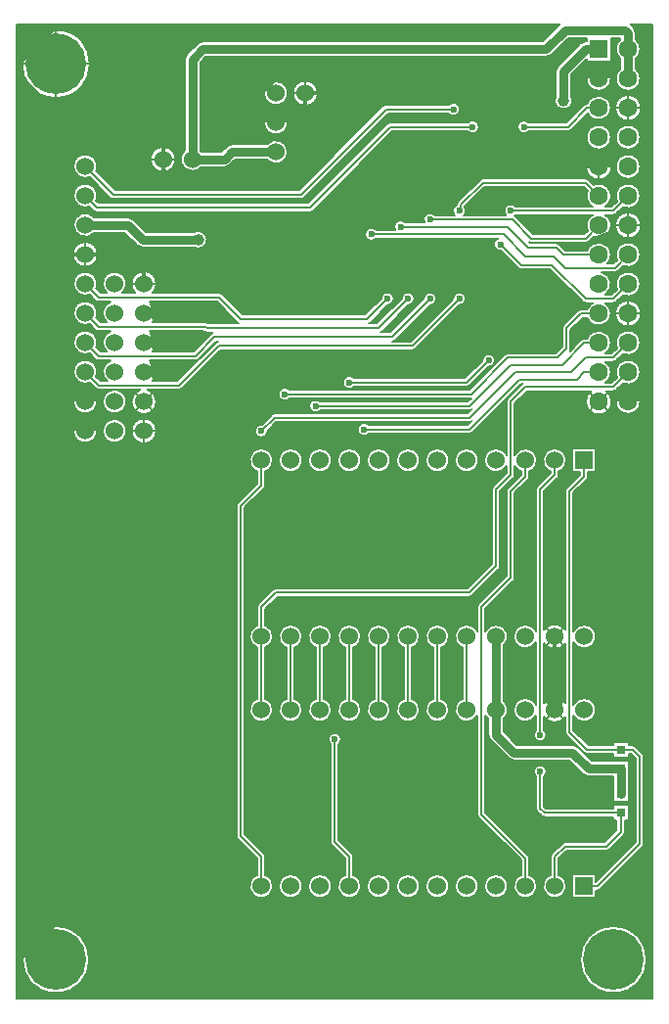
<source format=gtl>
%FSLAX34Y34*%
%MOMM*%
G04 EasyPC Gerber Version 18.0.9 Build 3640 *
%ADD74R,0.80000X0.80000*%
%ADD105R,1.52400X1.52400*%
%ADD121R,1.60000X1.60000*%
%ADD10C,0.12700*%
%ADD72C,0.20000*%
%ADD73C,0.30000*%
%ADD85C,0.60000*%
%ADD110C,0.80000*%
%ADD83C,1.00000*%
%ADD106C,1.52400*%
%ADD82C,1.52400*%
%ADD103C,1.60000*%
%ADD108C,5.25000*%
X0Y0D02*
D02*
D10*
X175717Y596040D02*
G75*
G02X177937Y578310I-4902J-9618D01*
G01*
X199789*
X233015Y611535*
G75*
G02X234984Y612550I2571J-2569*
G01*
X233446*
X218118Y597222*
G75*
G02X215265Y596040I-2853J2853*
G01*
X175717*
G36*
G75*
G02X177937Y578310I-4902J-9618*
G01*
X199789*
X233015Y611535*
G75*
G02X234984Y612550I2571J-2569*
G01*
X233446*
X218118Y597222*
G75*
G02X215265Y596040I-2853J2853*
G01*
X175717*
G37*
Y621440D02*
G75*
G02X178369Y604110I-4902J-9618D01*
G01*
X213594*
X228922Y619438*
G75*
G02X229923Y620170I2854J-2852*
G01*
X225425*
G75*
G02X222572Y621352J4035*
G01*
X222484Y621440*
X175717*
G36*
G75*
G02X178369Y604110I-4902J-9618*
G01*
X213594*
X228922Y619438*
G75*
G02X229923Y620170I2854J-2852*
G01*
X225425*
G75*
G02X222572Y621352J4035*
G01*
X222484Y621440*
X175717*
G37*
Y646840D02*
G75*
G02X178369Y629510I-4902J-9618D01*
G01*
X224155*
G75*
G02X227008Y628328J-4035*
G01*
X227096Y628240*
X252783*
G75*
G02X251782Y628972I1853J3584*
G01*
X233914Y646840*
X175717*
G36*
G75*
G02X178369Y629510I-4902J-9618*
G01*
X224155*
G75*
G02X227008Y628328J-4035*
G01*
X227096Y628240*
X252783*
G75*
G02X251782Y628972I1853J3584*
G01*
X233914Y646840*
X175717*
G37*
X206090Y778074D02*
Y856615D01*
G75*
G02X208033Y861307I6635J1*
G01*
X216923Y870197*
G75*
G02X221615Y872140I4691J-4692*
G01*
X516047*
X530613Y886707*
G75*
G02X530678Y886770I4666J-4749*
G01*
X60650*
Y44140*
X611180*
Y886770*
X592002*
G75*
G02X592067Y886707I-4601J-4812*
G01*
X594607Y884167*
G75*
G02X596550Y879475I-4692J-4691*
G01*
Y873816*
G75*
G02Y857194I-6635J-8311*
G01*
Y848416*
G75*
G02X600550Y840105I-6635J-8311*
G01*
G75*
G02X579280I-10635*
G01*
G75*
G02X583280Y848416I10634*
G01*
Y857194*
G75*
G02Y873816I6634J8311*
G01*
Y875380*
X575150*
Y854870*
X553880*
Y856917*
X540670Y843707*
Y824833*
G75*
G02X541670Y821055I-6636J-3778*
G01*
G75*
G02X526400I-7635*
G01*
G75*
G02X527400Y824833I7636*
G01*
Y846455*
G75*
G02X529343Y851147I6635J1*
G01*
X548393Y870197*
G75*
G02X553085Y872140I4691J-4692*
G01*
X553880*
Y875380*
X538053*
X523487Y860813*
G75*
G02X518795Y858870I-4691J4692*
G01*
X224363*
X219360Y853867*
Y778074*
G75*
G02X220544Y776890I-6633J-7817*
G01*
X237917*
X242323Y781297*
G75*
G02X247015Y783240I4691J-4692*
G01*
X277296*
G75*
G02X295370Y776605I7819J-6635*
G01*
G75*
G02X277296Y769970I-10255*
G01*
X249763*
X245357Y765563*
G75*
G02X240665Y763620I-4691J4692*
G01*
X220544*
G75*
G02X212725Y760000I-7819J6634*
G01*
G75*
G02X206090Y778074J10255*
G01*
X94615Y106990D02*
G75*
G02Y49220J-28885D01*
G01*
G75*
G02Y106990J28885*
G01*
Y882230D02*
G75*
G02Y823380J-29425D01*
G01*
G75*
G02Y882230J29425*
G01*
X123682Y729245D02*
G75*
G02X109760Y738822I-3667J9577D01*
G01*
G75*
G02X130270I10255*
G01*
G75*
G02X129475Y734863I-10255*
G01*
X131883Y732380*
X312654*
X381322Y801048*
G75*
G02X384175Y802230I2853J-2853*
G01*
X451362*
G75*
G02X460930Y798195I3933J-4035*
G01*
G75*
G02X451362Y794160I-5635*
G01*
X385846*
X317178Y725492*
G75*
G02X314325Y724310I-2853J2853*
G01*
X130175*
G75*
G02X127278Y725536J4035*
G01*
X123682Y729245*
X123698Y602251D02*
G75*
G02X109760Y611822I-3683J9571D01*
G01*
G75*
G02X130270I10255*
G01*
G75*
G02X129482Y607879I-10255J-1*
G01*
X133149Y604110*
X138656*
G75*
G02X141857Y621440I6759J7712*
G01*
X131445*
G75*
G02X128553Y622661J4035*
G01*
X123698Y627651*
G75*
G02X109760Y637222I-3683J9571*
G01*
G75*
G02X130270I10255*
G01*
G75*
G02X129482Y633279I-10255J-1*
G01*
X133149Y629510*
X138656*
G75*
G02X141857Y646840I6759J7712*
G01*
X131445*
G75*
G02X128553Y648061J4035*
G01*
X123698Y653051*
G75*
G02X109760Y662622I-3683J9571*
G01*
G75*
G02X130270I10255*
G01*
G75*
G02X129482Y658679I-10255J-1*
G01*
X133149Y654910*
X138656*
G75*
G02X135160Y662622I6759J7712*
G01*
G75*
G02X155670I10255*
G01*
G75*
G02X152174Y654910I-10255J1*
G01*
X163261*
G75*
G02X160020Y662622I7554J7711*
G01*
G75*
G02X181610I10795*
G01*
G75*
G02X178369Y654910I-10795*
G01*
X235585*
G75*
G02X238438Y653728J-4035*
G01*
X256306Y635860*
X362184*
X376000Y649677*
G75*
G02X387270Y649605I5635J-72*
G01*
G75*
G02X381707Y643970I-5635*
G01*
X366708Y628972*
G75*
G02X365707Y628240I-2854J2852*
G01*
X372344*
X393780Y649677*
G75*
G02X405050Y649605I5635J-72*
G01*
G75*
G02X399487Y643970I-5635*
G01*
X376868Y621352*
G75*
G02X375867Y620620I-2854J2852*
G01*
X383774*
X412830Y649677*
G75*
G02X424100Y649605I5635J-72*
G01*
G75*
G02X418537Y643970I-5635*
G01*
X388298Y613732*
G75*
G02X386078Y612600I-2854J2853*
G01*
X401719*
X438250Y649131*
G75*
G02X438230Y649605I5611J474*
G01*
G75*
G02X449500I5635*
G01*
G75*
G02X443391Y643990I-5635*
G01*
X405795Y606395*
G75*
G02X403225Y605330I-2571J2570*
G01*
X237091*
X203865Y572105*
G75*
G02X201295Y571040I-2571J2570*
G01*
X173933*
G75*
G02X181610Y560705I-3118J-10335*
G01*
G75*
G02X160020I-10795*
G01*
G75*
G02X167697Y571040I10795*
G01*
X131762*
G75*
G02X129192Y572105I1J3635*
G01*
X124225Y577071*
G75*
G02X109760Y586422I-4210J9351*
G01*
G75*
G02X130270I10255*
G01*
G75*
G02X129366Y582212I-10255*
G01*
X133268Y578310*
X139141*
G75*
G02X141857Y596040I6274J8112*
G01*
X131445*
G75*
G02X128553Y597261J4035*
G01*
X123698Y602251*
X123766Y754678D02*
G75*
G02X109760Y764222I-3751J9544D01*
G01*
G75*
G02X130270I10255*
G01*
G75*
G02X129510Y760347I-10254J-1*
G01*
X145832Y743810*
X305034*
X377512Y816288*
G75*
G02X380365Y817470I2853J-2853*
G01*
X434852*
G75*
G02X444420Y813435I3933J-4035*
G01*
G75*
G02X434852Y809400I-5635*
G01*
X382036*
X309558Y736922*
G75*
G02X306705Y735740I-2853J2853*
G01*
X144145*
G75*
G02X141273Y736940I-1J4035*
G01*
X123766Y754678*
X127834Y706787D02*
G75*
G02X109760Y713422I-7819J6635D01*
G01*
G75*
G02X127834Y720057I10255*
G01*
X156845*
G75*
G02X161537Y718114I1J-6635*
G01*
X172293Y707357*
X214027*
G75*
G02X225440Y700722I3778J-6635*
G01*
G75*
G02X214027Y694087I-7635*
G01*
X169545*
G75*
G02X164853Y696030I-1J6635*
G01*
X154097Y706787*
X127834*
X130270Y535305D02*
G75*
G02X109760I-10255D01*
G01*
G75*
G02X130270I10255*
G01*
Y560705D02*
G75*
G02X109760I-10255D01*
G01*
G75*
G02X130270I10255*
G01*
X130810Y688022D02*
G75*
G02X109220I-10795D01*
G01*
G75*
G02X130810I10795*
G01*
X155670Y535305D02*
G75*
G02X135160I-10255D01*
G01*
G75*
G02X155670I10255*
G01*
Y560705D02*
G75*
G02X135160I-10255D01*
G01*
G75*
G02X155670I10255*
G01*
X181610Y535305D02*
G75*
G02X160020I-10795D01*
G01*
G75*
G02X181610I10795*
G01*
X187325Y759460D02*
G75*
G02Y781050J10795D01*
G01*
G75*
G02Y759460J-10795*
G01*
X268780Y151194D02*
Y165499D01*
X252065Y182215*
G75*
G02X251000Y184785I2570J2571*
G01*
Y470535*
G75*
G02X252065Y473105I3635J-1*
G01*
X268780Y489821*
Y500316*
G75*
G02X272415Y520160I3635J9589*
G01*
G75*
G02X276050Y500316J-10255*
G01*
Y488315*
G75*
G02X274985Y485745I-3635J1*
G01*
X258270Y469029*
Y186291*
X274985Y169575*
G75*
G02X276050Y167005I-2570J-2571*
G01*
Y151194*
G75*
G02X272415Y131350I-3635J-9589*
G01*
G75*
G02X268780Y151194J10255*
G01*
Y303594D02*
Y347916D01*
G75*
G02Y367094I3635J9589*
G01*
Y382905*
G75*
G02X269845Y385475I3635J-1*
G01*
X282545Y398175*
G75*
G02X285115Y399240I2571J-2570*
G01*
X451249*
X471980Y419971*
Y484505*
G75*
G02X473045Y487075I3635J-1*
G01*
X484680Y498711*
Y505110*
G75*
G02X475615Y499650I-9065J4795*
G01*
G75*
G02Y520160J10255*
G01*
G75*
G02X484680Y514700J-10255*
G01*
Y560705*
G75*
G02X485745Y563275I3635J-1*
G01*
X498445Y575975*
G75*
G02X498598Y576120I2575J-2564*
G01*
X497441*
X455325Y534005*
G75*
G02X452755Y532940I-2571J2570*
G01*
X365621*
G75*
G02X355680Y536575I-4306J3635*
G01*
G75*
G02X365621Y540210I5635*
G01*
X451249*
X454710Y543670*
G75*
G02X452755Y543100I-1954J3066*
G01*
X285351*
X278030Y535779*
G75*
G02X278050Y535305I-5612J-474*
G01*
G75*
G02X266780I-5635*
G01*
G75*
G02X272889Y540920I5635*
G01*
X281275Y549305*
G75*
G02X283845Y550370I2571J-2570*
G01*
X451249*
X454710Y553830*
G75*
G02X452755Y553260I-1954J3066*
G01*
X323711*
G75*
G02X313770Y556895I-4306J3635*
G01*
G75*
G02X323711Y560530I5635*
G01*
X451249*
X454141Y563422*
G75*
G02X454025Y563420I-121J3627*
G01*
X297041*
G75*
G02X287100Y567055I-4306J3635*
G01*
G75*
G02X297041Y570690I5635*
G01*
X452519*
X483205Y601375*
G75*
G02X485775Y602440I2571J-2570*
G01*
X527449*
X532940Y607931*
Y624205*
G75*
G02X534005Y626775I3635J-1*
G01*
X546705Y639475*
G75*
G02X549275Y640540I2571J-2570*
G01*
X554521*
G75*
G02X558954Y645970I9994J-3635*
G01*
X553085*
G75*
G02X550515Y647035I1J3635*
G01*
X522369Y675180*
X497205*
G75*
G02X494635Y676245I1J3635*
G01*
X479899Y690980*
G75*
G02X477391Y701850I-474J5615*
G01*
X371971*
G75*
G02X362030Y705485I-4306J3635*
G01*
G75*
G02X371971Y709120I5635*
G01*
X388127*
G75*
G02X397371Y715470I4938J2715*
G01*
X413527*
G75*
G02X422771Y721820I4938J2715*
G01*
X439881*
G75*
G02X441500Y730920I3984J3985*
G01*
G75*
G02X442565Y733455I3634J-36*
G01*
X461615Y752505*
G75*
G02X464185Y753570I2571J-2570*
G01*
X553085*
G75*
G02X555655Y752505I-1J-3635*
G01*
X560018Y748143*
G75*
G02X570076Y729440I4497J-9638*
G01*
X575709*
X580277Y734008*
G75*
G02X579280Y738505I9638J4496*
G01*
G75*
G02X600550I10635*
G01*
G75*
G02X585418Y728867I-10635*
G01*
X579785Y723235*
G75*
G02X577215Y722170I-2571J2570*
G01*
X570076*
G75*
G02X560018Y703467I-5561J-9065*
G01*
X555655Y699105*
G75*
G02X553085Y698040I-2571J2570*
G01*
X506095*
G75*
G02X504140Y698610I-1J3636*
G01*
X505061Y697690*
X527685*
G75*
G02X530255Y696625I-1J-3635*
G01*
X535541Y691340*
X554521*
G75*
G02X575150Y687705I9994J-3635*
G01*
G75*
G02X571750Y679910I-10635*
G01*
X576979*
X580277Y683208*
G75*
G02X579280Y687705I9638J4496*
G01*
G75*
G02X600550I10635*
G01*
G75*
G02X585418Y678067I-10635*
G01*
X581055Y673705*
G75*
G02X578485Y672640I-2571J2570*
G01*
X567023*
G75*
G02X570076Y653240I-2508J-10335*
G01*
X575709*
X580277Y657808*
G75*
G02X579280Y662305I9638J4496*
G01*
G75*
G02X600550I10635*
G01*
G75*
G02X585418Y652667I-10635*
G01*
X579785Y647035*
G75*
G02X577215Y645970I-2571J2570*
G01*
X570076*
G75*
G02X575150Y636905I-5561J-9065*
G01*
G75*
G02X554521Y633270I-10635*
G01*
X550781*
X540210Y622699*
Y606425*
G75*
G02X539640Y604470I-3636J-1*
G01*
X549245Y614075*
G75*
G02X551815Y615140I2571J-2570*
G01*
X554521*
G75*
G02X575150Y611505I9994J-3635*
G01*
G75*
G02X570076Y602440I-10635*
G01*
X575709*
X580277Y607008*
G75*
G02X579280Y611505I9638J4496*
G01*
G75*
G02X600550I10635*
G01*
G75*
G02X585418Y601867I-10635*
G01*
X579785Y596235*
G75*
G02X577215Y595170I-2571J2570*
G01*
X570076*
G75*
G02Y577040I-5561J-9065*
G01*
X575709*
X580277Y581608*
G75*
G02X579280Y586105I9638J4496*
G01*
G75*
G02X600550I10635*
G01*
G75*
G02X585418Y576467I-10635*
G01*
X579785Y570835*
G75*
G02X577215Y569770I-2571J2570*
G01*
X571050*
G75*
G02X575690Y560705I-6535J-9065*
G01*
G75*
G02X553340I-11175*
G01*
G75*
G02X557980Y569770I11175*
G01*
X502521*
X491950Y559199*
Y514700*
G75*
G02X501015Y520160I9065J-4795*
G01*
G75*
G02X504650Y500316J-10255*
G01*
Y495935*
G75*
G02X503585Y493365I-3635J1*
G01*
X491950Y481729*
Y408305*
G75*
G02X490885Y405735I-3635J1*
G01*
X466550Y381399*
Y362300*
G75*
G02X475615Y367760I9065J-4795*
G01*
G75*
G02X482250Y349686J-10255*
G01*
Y301824*
G75*
G02Y286186I-6635J-7819*
G01*
Y275163*
X493603Y263810*
X541655*
G75*
G02X546347Y261867I1J-6635*
G01*
X558373Y249840*
X581903*
G75*
G02X585227I1662J-6635*
G01*
X590200*
Y244867*
G75*
G02Y241543I-6635J-1662*
G01*
Y214980*
X576930*
Y236570*
X555625*
G75*
G02X550933Y238513I-1J6635*
G01*
X538907Y250540*
X490855*
G75*
G02X486163Y252483I-1J6635*
G01*
X470923Y267723*
G75*
G02X468980Y272415I4692J4691*
G01*
Y286186*
G75*
G02X466550Y289210I6634J7819*
G01*
Y205341*
X503585Y168305*
G75*
G02X504650Y165735I-2570J-2571*
G01*
Y151194*
G75*
G02X501015Y131350I-3635J-9589*
G01*
G75*
G02X497380Y151194J10255*
G01*
Y164229*
X460345Y201265*
G75*
G02X459280Y203835I2570J2571*
G01*
Y289210*
G75*
G02X450215Y283750I-9065J4795*
G01*
G75*
G02X446580Y303594J10255*
G01*
Y347916*
G75*
G02X450215Y367760I3635J9589*
G01*
G75*
G02X459280Y362300J-10255*
G01*
Y382905*
G75*
G02X460345Y385475I3635J-1*
G01*
X484680Y409811*
Y483235*
G75*
G02X485745Y485805I3635J-1*
G01*
X497380Y497441*
Y500316*
G75*
G02X491950Y505110I3635J9589*
G01*
Y497205*
G75*
G02X490885Y494635I-3635J1*
G01*
X479250Y482999*
Y418465*
G75*
G02X478185Y415895I-3635J1*
G01*
X455325Y393035*
G75*
G02X452755Y391970I-2571J2570*
G01*
X286621*
X276050Y381399*
Y367094*
G75*
G02Y347916I-3635J-9589*
G01*
Y303594*
G75*
G02X272415Y283750I-3635J-9589*
G01*
G75*
G02X268780Y303594J10255*
G01*
X274860Y802005D02*
G75*
G02X295370I10255D01*
G01*
G75*
G02X274860I-10255*
G01*
X285115Y837660D02*
G75*
G02Y817150J-10255D01*
G01*
G75*
G02Y837660J10255*
G01*
X294180Y303594D02*
Y347916D01*
G75*
G02X297815Y367760I3635J9589*
G01*
G75*
G02X301450Y347916J-10255*
G01*
Y303594*
G75*
G02X297815Y283750I-3635J-9589*
G01*
G75*
G02X294180Y303594J10255*
G01*
X297815Y131350D02*
G75*
G02Y151860J10255D01*
G01*
G75*
G02Y131350J-10255*
G01*
Y499650D02*
G75*
G02Y520160J10255D01*
G01*
G75*
G02Y499650J-10255*
G01*
X310515Y838200D02*
G75*
G02Y816610J-10795D01*
G01*
G75*
G02Y838200J10795*
G01*
X319580Y303594D02*
Y347916D01*
G75*
G02X323215Y367760I3635J9589*
G01*
G75*
G02X326850Y347916J-10255*
G01*
Y303594*
G75*
G02X323215Y283750I-3635J-9589*
G01*
G75*
G02X319580Y303594J10255*
G01*
X323215Y131350D02*
G75*
G02Y151860J10255D01*
G01*
G75*
G02Y131350J-10255*
G01*
Y499650D02*
G75*
G02Y520160J10255D01*
G01*
G75*
G02Y499650J-10255*
G01*
X332280Y264299D02*
G75*
G02X330280Y268605I3635J4306D01*
G01*
G75*
G02X341550I5635*
G01*
G75*
G02X339550Y264299I-5635*
G01*
Y181211*
X351185Y169575*
G75*
G02X352250Y167005I-2570J-2571*
G01*
Y151194*
G75*
G02X348615Y131350I-3635J-9589*
G01*
G75*
G02X344980Y151194J10255*
G01*
Y165499*
X333345Y177135*
G75*
G02X332280Y179705I2570J2571*
G01*
Y264299*
X344980Y303594D02*
Y347916D01*
G75*
G02X348615Y367760I3635J9589*
G01*
G75*
G02X352250Y347916J-10255*
G01*
Y303594*
G75*
G02X348615Y283750I-3635J-9589*
G01*
G75*
G02X344980Y303594J10255*
G01*
X348615Y499650D02*
G75*
G02Y520160J10255D01*
G01*
G75*
G02Y499650J-10255*
G01*
X352921Y573580D02*
G75*
G02X342980Y577215I-4306J3635D01*
G01*
G75*
G02X352921Y580850I5635*
G01*
X448709*
X463650Y595791*
G75*
G02X463630Y596265I5611J474*
G01*
G75*
G02X474900I5635*
G01*
G75*
G02X468791Y590650I-5635*
G01*
X452785Y574645*
G75*
G02X450215Y573580I-2571J2570*
G01*
X352921*
X370380Y303594D02*
Y347916D01*
G75*
G02X374015Y367760I3635J9589*
G01*
G75*
G02X377650Y347916J-10255*
G01*
Y303594*
G75*
G02X374015Y283750I-3635J-9589*
G01*
G75*
G02X370380Y303594J10255*
G01*
X374015Y131350D02*
G75*
G02Y151860J10255D01*
G01*
G75*
G02Y131350J-10255*
G01*
Y499650D02*
G75*
G02Y520160J10255D01*
G01*
G75*
G02Y499650J-10255*
G01*
X395780Y303594D02*
Y347916D01*
G75*
G02X399415Y367760I3635J9589*
G01*
G75*
G02X403050Y347916J-10255*
G01*
Y303594*
G75*
G02X399415Y283750I-3635J-9589*
G01*
G75*
G02X395780Y303594J10255*
G01*
X399415Y131350D02*
G75*
G02Y151860J10255D01*
G01*
G75*
G02Y131350J-10255*
G01*
Y499650D02*
G75*
G02Y520160J10255D01*
G01*
G75*
G02Y499650J-10255*
G01*
X421180Y303594D02*
Y347916D01*
G75*
G02X424815Y367760I3635J9589*
G01*
G75*
G02X428450Y347916J-10255*
G01*
Y303594*
G75*
G02X424815Y283750I-3635J-9589*
G01*
G75*
G02X421180Y303594J10255*
G01*
X424815Y131350D02*
G75*
G02Y151860J10255D01*
G01*
G75*
G02Y131350J-10255*
G01*
Y499650D02*
G75*
G02Y520160J10255D01*
G01*
G75*
G02Y499650J-10255*
G01*
X450215Y131350D02*
G75*
G02Y151860J10255D01*
G01*
G75*
G02Y131350J-10255*
G01*
Y499650D02*
G75*
G02Y520160J10255D01*
G01*
G75*
G02Y499650J-10255*
G01*
X475615Y131350D02*
G75*
G02Y151860J10255D01*
G01*
G75*
G02Y131350J-10255*
G01*
X504051Y794560D02*
G75*
G02X494110Y798195I-4306J3635D01*
G01*
G75*
G02X504051Y801830I5635*
G01*
X536339*
X551785Y817275*
G75*
G02X554355Y818340I2571J-2570*
G01*
X554521*
G75*
G02X575150Y814705I9994J-3635*
G01*
G75*
G02X554916Y810126I-10635*
G01*
X540415Y795625*
G75*
G02X537845Y794560I-2571J2570*
G01*
X504051*
X510080Y236359D02*
G75*
G02X508080Y240665I3635J4306D01*
G01*
G75*
G02X519350I5635*
G01*
G75*
G02X517350Y236359I-5635*
G01*
Y210421*
X519031Y208740*
X576930*
Y211740*
X590200*
Y198470*
X587200*
Y188595*
G75*
G02X586135Y186025I-3635J1*
G01*
X573435Y173325*
G75*
G02X570865Y172260I-2571J2570*
G01*
X536811*
X530050Y165499*
Y151194*
G75*
G02X526415Y131350I-3635J-9589*
G01*
G75*
G02X522780Y151194J10255*
G01*
Y167005*
G75*
G02X523845Y169575I3635J-1*
G01*
X532735Y178465*
G75*
G02X535305Y179530I2571J-2570*
G01*
X569359*
X579930Y190101*
Y198470*
X576930*
Y201470*
X517525*
G75*
G02X514955Y202535I1J3635*
G01*
X511145Y206345*
G75*
G02X510080Y208915I2570J2571*
G01*
Y236359*
Y276721D02*
Y289210D01*
G75*
G02X501015Y283750I-9065J4795*
G01*
G75*
G02Y304260J10255*
G01*
G75*
G02X510080Y298800J-10255*
G01*
Y352710*
G75*
G02X501015Y347250I-9065J4795*
G01*
G75*
G02Y367760J10255*
G01*
G75*
G02X510080Y362300J-10255*
G01*
Y484505*
G75*
G02X511145Y487075I3635J-1*
G01*
X522780Y498711*
Y500316*
G75*
G02X526415Y520160I3635J9589*
G01*
G75*
G02X530050Y500316J-10255*
G01*
Y497205*
G75*
G02X528985Y494635I-3635J1*
G01*
X517350Y482999*
Y363367*
G75*
G02X535480I9065J-5862*
G01*
Y483235*
G75*
G02X536545Y485805I3635J-1*
G01*
X548180Y497441*
Y499650*
X541560*
Y520160*
X562070*
Y499650*
X555450*
Y495935*
G75*
G02X554385Y493365I-3635J1*
G01*
X542750Y481729*
Y362300*
G75*
G02X551815Y367760I9065J-4795*
G01*
G75*
G02Y347250J-10255*
G01*
G75*
G02X542750Y352710J10255*
G01*
Y298800*
G75*
G02X551815Y304260I9065J-4795*
G01*
G75*
G02Y283750J-10255*
G01*
G75*
G02X542750Y289210J10255*
G01*
Y276461*
X555861Y263350*
X576930*
Y266350*
X590200*
Y263350*
X593725*
G75*
G02X596295Y262285I-1J-3635*
G01*
X602645Y255935*
G75*
G02X603710Y253365I-2570J-2571*
G01*
Y178435*
G75*
G02X602645Y175865I-3635J1*
G01*
X565815Y139035*
G75*
G02X563245Y137970I-2571J2570*
G01*
X562070*
Y131350*
X541560*
Y151860*
X562070*
Y145571*
X596440Y179941*
Y251859*
X592219Y256080*
X590200*
Y253080*
X576930*
Y256080*
X554355*
G75*
G02X551785Y257145I1J3635*
G01*
X536545Y272385*
G75*
G02X535480Y274955I2570J2571*
G01*
Y288143*
G75*
G02X517350I-9065J5862*
G01*
Y276721*
G75*
G02X519350Y272415I-3635J-4306*
G01*
G75*
G02X508080I-5635*
G01*
G75*
G02X510080Y276721I5635*
G01*
X575150Y789305D02*
G75*
G02X553880I-10635D01*
G01*
G75*
G02X575150I10635*
G01*
Y840105D02*
G75*
G02X553880I-10635D01*
G01*
G75*
G02X575150I10635*
G01*
X575690Y763905D02*
G75*
G02X553340I-11175D01*
G01*
G75*
G02X575690I11175*
G01*
X577215Y106990D02*
G75*
G02Y49220J-28885D01*
G01*
G75*
G02Y106990J28885*
G01*
X600550Y560705D02*
G75*
G02X579280I-10635D01*
G01*
G75*
G02X600550I10635*
G01*
Y763905D02*
G75*
G02X579280I-10635D01*
G01*
G75*
G02X600550I10635*
G01*
Y789305D02*
G75*
G02X579280I-10635D01*
G01*
G75*
G02X600550I10635*
G01*
X601090Y636905D02*
G75*
G02X578740I-11175D01*
G01*
G75*
G02X601090I11175*
G01*
Y713105D02*
G75*
G02X578740I-11175D01*
G01*
G75*
G02X601090I11175*
G01*
Y814705D02*
G75*
G02X578740I-11175D01*
G01*
G75*
G02X601090I11175*
G01*
X60650Y78105D02*
G36*
Y44140D01*
X611180*
Y78105*
X606100*
G75*
G02X577215Y49220I-28885*
G01*
G75*
G02X548330Y78105J28885*
G01*
X123500*
G75*
G02X94615Y49220I-28885*
G01*
G75*
G02X65730Y78105J28885*
G01*
X60650*
G37*
X65730D02*
G36*
G75*
G02X94615Y106990I28885D01*
G01*
G75*
G02X123500Y78105J-28885*
G01*
X548330*
G75*
G02X577215Y106990I28885*
G01*
G75*
G02X606100Y78105J-28885*
G01*
X611180*
Y141605*
X568385*
X565815Y139035*
G75*
G02X563245Y137970I-2571J2570*
G01*
X562070*
Y131350*
X541560*
Y141605*
X536670*
G75*
G02X526415Y131350I-10255*
G01*
G75*
G02X516160Y141605J10255*
G01*
X511270*
G75*
G02X501015Y131350I-10255*
G01*
G75*
G02X490760Y141605J10255*
G01*
X485870*
G75*
G02X475615Y131350I-10255*
G01*
G75*
G02X465360Y141605J10255*
G01*
X460470*
G75*
G02X450215Y131350I-10255*
G01*
G75*
G02X439960Y141605J10255*
G01*
X435070*
G75*
G02X424815Y131350I-10255*
G01*
G75*
G02X414560Y141605J10255*
G01*
X409670*
G75*
G02X399415Y131350I-10255*
G01*
G75*
G02X389160Y141605J10255*
G01*
X384270*
G75*
G02X374015Y131350I-10255*
G01*
G75*
G02X363760Y141605J10255*
G01*
X358870*
G75*
G02X348615Y131350I-10255*
G01*
G75*
G02X338360Y141605J10255*
G01*
X333470*
G75*
G02X323215Y131350I-10255*
G01*
G75*
G02X312960Y141605J10255*
G01*
X308070*
G75*
G02X297815Y131350I-10255*
G01*
G75*
G02X287560Y141605J10255*
G01*
X282670*
G75*
G02X272415Y131350I-10255*
G01*
G75*
G02X262160Y141605J10255*
G01*
X60650*
Y78105*
X65730*
G37*
X60650Y852805D02*
G36*
Y840105D01*
X68072*
G75*
G02X65190Y852805I26543J12700*
G01*
X60650*
G37*
X65190D02*
G36*
G75*
G02X94615Y882230I29425D01*
G01*
G75*
G02X124040Y852805J-29425*
G01*
X206090*
Y856615*
G75*
G02X208033Y861307I6635J1*
G01*
X216923Y870197*
G75*
G02X221615Y872140I4691J-4692*
G01*
X516047*
X530613Y886707*
G75*
G02X530678Y886770I4666J-4749*
G01*
X60650*
Y852805*
X65190*
G37*
X124040D02*
G36*
G75*
G02X121158Y840105I-29426J1D01*
G01*
X206090*
Y852805*
X124040*
G37*
X60650Y764070D02*
G36*
Y708382D01*
X111084*
G75*
G02X109760Y713422I8931J5040*
G01*
G75*
G02X127834Y720057I10255*
G01*
X156845*
G75*
G02X161537Y718114I1J-6635*
G01*
X171268Y708382*
X362832*
G75*
G02X371971Y709120I4833J-2897*
G01*
X388127*
G75*
G02X397371Y715470I4938J2715*
G01*
X413527*
G75*
G02X422771Y721820I4938J2715*
G01*
X439881*
G75*
G02X441500Y730920I3984J3985*
G01*
G75*
G02X442565Y733455I3634J-36*
G01*
X461615Y752505*
G75*
G02X464185Y753570I2571J-2570*
G01*
X553085*
G75*
G02X555655Y752505I-1J-3635*
G01*
X560018Y748143*
G75*
G02X570076Y729440I4497J-9638*
G01*
X575709*
X580277Y734008*
G75*
G02X579280Y738505I9638J4496*
G01*
G75*
G02X600550I10635*
G01*
G75*
G02X585418Y728867I-10635*
G01*
X579785Y723235*
G75*
G02X577215Y722170I-2571J2570*
G01*
X570076*
G75*
G02X574044Y708382I-5561J-9065*
G01*
X579787*
G75*
G02X578740Y713105I10128J4723*
G01*
G75*
G02X601090I11175*
G01*
G75*
G02X600043Y708382I-11175*
G01*
X611180*
Y764070*
X600550*
G75*
G02Y763905I-10646J-82*
G01*
G75*
G02X579280I-10635*
G01*
G75*
G02Y764070I10634J83*
G01*
X575690*
G75*
G02Y763905I-11188J-82*
G01*
G75*
G02X553340I-11175*
G01*
G75*
G02Y764070I11175J83*
G01*
X355756*
X317178Y725492*
G75*
G02X314325Y724310I-2853J2853*
G01*
X130175*
G75*
G02X127278Y725536J4035*
G01*
X123682Y729245*
G75*
G02X109760Y738822I-3667J9577*
G01*
G75*
G02X130270I10255*
G01*
G75*
G02X129475Y734863I-10255*
G01*
X131883Y732380*
X312654*
X344344Y764070*
X336706*
X309558Y736922*
G75*
G02X306705Y735740I-2853J2853*
G01*
X144145*
G75*
G02X141273Y736940I-1J4035*
G01*
X123766Y754678*
G75*
G02X109760Y764070I-3752J9545*
G01*
X60650*
G37*
X109760D02*
G36*
G75*
G02Y764222I10246J76D01*
G01*
G75*
G02X130270I10255*
G01*
G75*
G02Y764070I-10270J-76*
G01*
X178478*
G75*
G02X187325Y781050I8847J6185*
G01*
G75*
G02X196172Y764070J-10795*
G01*
X204545*
G75*
G02X206090Y778074I8180J6185*
G01*
Y827405*
X109470*
G75*
G02X94615Y823380I-14855J25400*
G01*
G75*
G02X79760Y827405J29426*
G01*
X60650*
Y764070*
X109760*
G37*
X130270D02*
G36*
G75*
G02X129510Y760347I-10253J154D01*
G01*
X145832Y743810*
X305034*
X325294Y764070*
X243068*
G75*
G02X240665Y763620I-2402J6185*
G01*
X220544*
G75*
G02X212725Y760000I-7819J6634*
G01*
G75*
G02X204545Y764070J10255*
G01*
X196172*
G75*
G02X187325Y759460I-8847J6185*
G01*
G75*
G02X178478Y764070J10795*
G01*
X130270*
G37*
X325294D02*
G36*
X350529Y789305D01*
X219360*
Y778074*
G75*
G02X220544Y776890I-6633J-7817*
G01*
X237917*
X242323Y781297*
G75*
G02X247015Y783240I4691J-4692*
G01*
X277296*
G75*
G02X295370Y776605I7819J-6635*
G01*
G75*
G02X277296Y769970I-10255*
G01*
X249763*
X245357Y765563*
G75*
G02X243068Y764070I-4692J4692*
G01*
X325294*
G37*
X344344D02*
G36*
X369579Y789305D01*
X361941*
X336706Y764070*
X344344*
G37*
X553340D02*
G36*
G75*
G02X575690I11175J-165D01*
G01*
X579280*
G75*
G02X600550I10635J-165*
G01*
X611180*
Y789305*
X600550*
G75*
G02X579280I-10635*
G01*
X575150*
G75*
G02X553880I-10635*
G01*
X380991*
X355756Y764070*
X553340*
G37*
X60650Y611663D02*
G36*
Y586740D01*
X109765*
G75*
G02X130270Y586422I10250J-318*
G01*
G75*
G02X129366Y582212I-10255*
G01*
X133268Y578310*
X139141*
G75*
G02X141857Y596040I6274J8112*
G01*
X131445*
G75*
G02X128553Y597261J4035*
G01*
X123698Y602251*
G75*
G02X109760Y611663I-3684J9571*
G01*
X60650*
G37*
X109760D02*
G36*
G75*
G02Y611822I10247J80D01*
G01*
G75*
G02X130270I10255*
G01*
G75*
G02X129482Y607879I-10255J-1*
G01*
X133149Y604110*
X138656*
G75*
G02X141857Y621440I6759J7712*
G01*
X131445*
G75*
G02X128553Y622661J4035*
G01*
X123698Y627651*
G75*
G02X109765Y636905I-3683J9571*
G01*
X60650*
Y611663*
X109760*
G37*
X411063D02*
G36*
X405795Y606395D01*
G75*
G02X403225Y605330I-2571J2570*
G01*
X237091*
X218500Y586740*
X454599*
X463650Y595791*
G75*
G02X463630Y596265I5611J474*
G01*
G75*
G02X474900I5635*
G01*
G75*
G02X468791Y590650I-5635*
G01*
X464881Y586740*
X468570*
X483205Y601375*
G75*
G02X485775Y602440I2571J-2570*
G01*
X527449*
X532940Y607931*
Y611663*
X411063*
G37*
X532940D02*
G36*
Y624205D01*
G75*
G02X534005Y626775I3635J-1*
G01*
X544135Y636905*
X436306*
X411063Y611663*
X532940*
G37*
X600550D02*
G36*
G75*
G02Y611505I-10638J-79D01*
G01*
G75*
G02X585418Y601867I-10635*
G01*
X579785Y596235*
G75*
G02X577215Y595170I-2571J2570*
G01*
X570076*
G75*
G02Y577040I-5561J-9065*
G01*
X575709*
X580277Y581608*
G75*
G02X579280Y586105I9638J4496*
G01*
G75*
G02X600531Y586740I10635*
G01*
X611180*
Y611663*
X600550*
G37*
X611180D02*
G36*
Y636905D01*
X601090*
G75*
G02X578740I-11175*
G01*
X575150*
G75*
G02X554521Y633270I-10635*
G01*
X550781*
X540210Y622699*
Y606425*
G75*
G02X539640Y604470I-3636J-1*
G01*
X549245Y614075*
G75*
G02X551815Y615140I2571J-2570*
G01*
X554521*
G75*
G02X575150Y611505I9994J-3635*
G01*
G75*
G02X570076Y602440I-10635*
G01*
X575709*
X580277Y607008*
G75*
G02X579280Y611505I9638J4496*
G01*
G75*
G02X600550Y611663I10636*
G01*
X611180*
G37*
X60650Y708382D02*
G36*
Y688022D01*
X109220*
G75*
G02X130810I10795*
G01*
X482857*
X479899Y690980*
G75*
G02X477391Y701850I-474J5615*
G01*
X371971*
G75*
G02X362030Y705485I-4306J3635*
G01*
G75*
G02X362832Y708382I5635*
G01*
X171268*
X172293Y707357*
X214027*
G75*
G02X225440Y700722I3778J-6635*
G01*
G75*
G02X214027Y694087I-7635*
G01*
X169545*
G75*
G02X164853Y696030I-1J6635*
G01*
X154097Y706787*
X127834*
G75*
G02X111084Y708382I-7819J6635*
G01*
X60650*
G37*
X574044D02*
G36*
G75*
G02X560018Y703467I-9529J4723D01*
G01*
X555655Y699105*
G75*
G02X553085Y698040I-2571J2570*
G01*
X506095*
G75*
G02X504140Y698610I-1J3636*
G01*
X505061Y697690*
X527685*
G75*
G02X530255Y696625I-1J-3635*
G01*
X535541Y691340*
X554521*
G75*
G02X575150Y687705I9994J-3635*
G01*
G75*
G02X571750Y679910I-10635*
G01*
X576979*
X580277Y683208*
G75*
G02X579280Y687705I9638J4496*
G01*
G75*
G02X600545Y688022I10635*
G01*
X611180*
Y708382*
X600043*
G75*
G02X579787I-10128J4723*
G01*
X574044*
G37*
X60650Y535305D02*
G36*
Y509905D01*
X262160*
G75*
G02X272415Y520160I10255*
G01*
G75*
G02X282670Y509905J-10255*
G01*
X287560*
G75*
G02X297815Y520160I10255*
G01*
G75*
G02X308070Y509905J-10255*
G01*
X312960*
G75*
G02X323215Y520160I10255*
G01*
G75*
G02X333470Y509905J-10255*
G01*
X338360*
G75*
G02X348615Y520160I10255*
G01*
G75*
G02X358870Y509905J-10255*
G01*
X363760*
G75*
G02X374015Y520160I10255*
G01*
G75*
G02X384270Y509905J-10255*
G01*
X389160*
G75*
G02X399415Y520160I10255*
G01*
G75*
G02X409670Y509905J-10255*
G01*
X414560*
G75*
G02X424815Y520160I10255*
G01*
G75*
G02X435070Y509905J-10255*
G01*
X439960*
G75*
G02X450215Y520160I10255*
G01*
G75*
G02X460470Y509905J-10255*
G01*
X465360*
G75*
G02X475615Y520160I10255*
G01*
G75*
G02X484680Y514700J-10255*
G01*
Y560705*
G75*
G02X485745Y563275I3635J-1*
G01*
X498445Y575975*
G75*
G02X498598Y576120I2575J-2564*
G01*
X497441*
X455325Y534005*
G75*
G02X452755Y532940I-2571J2570*
G01*
X365621*
G75*
G02X355680Y536575I-4306J3635*
G01*
G75*
G02X365621Y540210I5635*
G01*
X451249*
X454710Y543670*
G75*
G02X452755Y543100I-1954J3066*
G01*
X285351*
X278030Y535779*
G75*
G02X278050Y535305I-5612J-474*
G01*
G75*
G02X266780I-5635*
G01*
X181610*
G75*
G02X160020I-10795*
G01*
X155670*
G75*
G02X135160I-10255*
G01*
X130270*
G75*
G02X109760I-10255*
G01*
X60650*
G37*
X109760D02*
G36*
G75*
G02X130270I10255D01*
G01*
X135160*
G75*
G02X155670I10255*
G01*
X160020*
G75*
G02X181610I10795*
G01*
X266780*
G75*
G02X272889Y540920I5635*
G01*
X281275Y549305*
G75*
G02X283845Y550370I2571J-2570*
G01*
X451249*
X454710Y553830*
G75*
G02X452755Y553260I-1954J3066*
G01*
X323711*
G75*
G02X313770Y556895I-4306J3635*
G01*
G75*
G02X315253Y560705I5635*
G01*
X181610*
G75*
G02X160020I-10795*
G01*
X155670*
G75*
G02X135160I-10255*
G01*
X130270*
G75*
G02X109760I-10255*
G01*
X60650*
Y535305*
X109760*
G37*
X491950D02*
G36*
Y514700D01*
G75*
G02X501015Y520160I9065J-4795*
G01*
G75*
G02X511270Y509905J-10255*
G01*
X516160*
G75*
G02X526415Y520160I10255*
G01*
G75*
G02X530050Y500316J-10255*
G01*
Y497205*
G75*
G02X528985Y494635I-3635J1*
G01*
X517350Y482999*
Y363367*
G75*
G02X535480I9065J-5862*
G01*
Y483235*
G75*
G02X536545Y485805I3635J-1*
G01*
X548180Y497441*
Y499650*
X541560*
Y520160*
X562070*
Y509905*
X611180*
Y535305*
X491950*
G37*
X611180D02*
G36*
Y560705D01*
X600550*
G75*
G02X579280I-10635*
G01*
X575690*
G75*
G02X553340I-11175*
G01*
G75*
G02X557980Y569770I11175*
G01*
X502521*
X491950Y559199*
Y535305*
X611180*
G37*
X109760Y560705D02*
G36*
G75*
G02X130270I10255D01*
G01*
X135160*
G75*
G02X155670I10255*
G01*
X160020*
G75*
G02X167697Y571040I10795*
G01*
X131762*
G75*
G02X129192Y572105I1J3635*
G01*
X124225Y577071*
G75*
G02X109760Y586422I-4210J9351*
G01*
G75*
G02X109765Y586740I10255J-2*
G01*
X60650*
Y560705*
X109760*
G37*
X315253D02*
G36*
G75*
G02X323711Y560530I4152J-3810D01*
G01*
X451249*
X454141Y563422*
G75*
G02X454025I-58J3628*
G01*
X297041*
G75*
G02X287100Y567055I-4306J3634*
G01*
G75*
G02X297041Y570690I5635*
G01*
X452519*
X468570Y586740*
X464881*
X452785Y574645*
G75*
G02X450215Y573580I-2571J2570*
G01*
X352921*
G75*
G02X342980Y577215I-4306J3635*
G01*
G75*
G02X352921Y580850I5635*
G01*
X448709*
X454599Y586740*
X218500*
X203865Y572105*
G75*
G02X201295Y571040I-2571J2570*
G01*
X173933*
G75*
G02X181610Y560705I-3118J-10335*
G01*
X315253*
G37*
X579280D02*
G36*
G75*
G02X600550I10635D01*
G01*
X611180*
Y586740*
X600531*
G75*
G02X600550Y586105I-10616J-635*
G01*
G75*
G02X585418Y576467I-10635*
G01*
X579785Y570835*
G75*
G02X577215Y569770I-2571J2570*
G01*
X571050*
G75*
G02X575690Y560705I-6535J-9065*
G01*
X579280*
G37*
X60650Y688022D02*
G36*
Y636905D01*
X109765*
G75*
G02X109760Y637222I10247J320*
G01*
G75*
G02X130270I10255*
G01*
G75*
G02X129482Y633279I-10255J-1*
G01*
X133149Y629510*
X138656*
G75*
G02X141857Y646840I6759J7712*
G01*
X131445*
G75*
G02X128553Y648061J4035*
G01*
X123698Y653051*
G75*
G02X109760Y662622I-3683J9571*
G01*
G75*
G02X130270I10255*
G01*
G75*
G02X129482Y658679I-10255J-1*
G01*
X133149Y654910*
X138656*
G75*
G02X135160Y662622I6759J7712*
G01*
G75*
G02X155670I10255*
G01*
G75*
G02X152174Y654910I-10255J1*
G01*
X163261*
G75*
G02X160020Y662622I7554J7711*
G01*
G75*
G02X181610I10795*
G01*
G75*
G02X178369Y654910I-10795*
G01*
X235585*
G75*
G02X238438Y653728J-4035*
G01*
X256306Y635860*
X362184*
X376000Y649677*
G75*
G02X387270Y649605I5635J-72*
G01*
G75*
G02X381707Y643970I-5635*
G01*
X366708Y628972*
G75*
G02X365707Y628240I-2854J2852*
G01*
X372344*
X393780Y649677*
G75*
G02X405050Y649605I5635J-72*
G01*
G75*
G02X399487Y643970I-5635*
G01*
X376868Y621352*
G75*
G02X375867Y620620I-2854J2852*
G01*
X383774*
X412830Y649677*
G75*
G02X424100Y649605I5635J-72*
G01*
G75*
G02X418537Y643970I-5635*
G01*
X388298Y613732*
G75*
G02X386078Y612600I-2854J2853*
G01*
X401719*
X438250Y649131*
G75*
G02X438230Y649605I5611J474*
G01*
G75*
G02X449500I5635*
G01*
G75*
G02X443391Y643990I-5635*
G01*
X436306Y636905*
X544135*
X546705Y639475*
G75*
G02X549275Y640540I2571J-2570*
G01*
X554521*
G75*
G02X558954Y645970I9994J-3635*
G01*
X553085*
G75*
G02X550515Y647035I1J3635*
G01*
X522369Y675180*
X497205*
G75*
G02X494635Y676245I1J3635*
G01*
X482857Y688022*
X130810*
G75*
G02X109220I-10795*
G01*
X60650*
G37*
X600545D02*
G36*
G75*
G02X600550Y687705I-10631J-326D01*
G01*
G75*
G02X585418Y678067I-10635*
G01*
X581055Y673705*
G75*
G02X578485Y672640I-2571J2570*
G01*
X567023*
G75*
G02X570076Y653240I-2508J-10335*
G01*
X575709*
X580277Y657808*
G75*
G02X579280Y662305I9638J4496*
G01*
G75*
G02X600550I10635*
G01*
G75*
G02X585418Y652667I-10635*
G01*
X579785Y647035*
G75*
G02X577215Y645970I-2571J2570*
G01*
X570076*
G75*
G02X575150Y636905I-5561J-9065*
G01*
X578740*
G75*
G02X601090I11175*
G01*
X611180*
Y688022*
X600545*
G37*
X60650Y325755D02*
G36*
Y141605D01*
X262160*
G75*
G02X268780Y151194I10255*
G01*
Y165499*
X252065Y182215*
G75*
G02X251000Y184785I2570J2571*
G01*
Y325755*
X60650*
G37*
X251000D02*
G36*
Y470535D01*
G75*
G02X252065Y473105I3635J-1*
G01*
X268780Y489821*
Y500316*
G75*
G02X262160Y509905I3635J9589*
G01*
X60650*
Y325755*
X251000*
G37*
X258270D02*
G36*
Y186291D01*
X274985Y169575*
G75*
G02X276050Y167005I-2570J-2571*
G01*
Y151194*
G75*
G02X282670Y141605I-3635J-9589*
G01*
X287560*
G75*
G02X297815Y151860I10255*
G01*
G75*
G02X308070Y141605J-10255*
G01*
X312960*
G75*
G02X323215Y151860I10255*
G01*
G75*
G02X333470Y141605J-10255*
G01*
X338360*
G75*
G02X344980Y151194I10255*
G01*
Y165499*
X333345Y177135*
G75*
G02X332280Y179705I2570J2571*
G01*
Y264299*
G75*
G02X330280Y268605I3635J4306*
G01*
G75*
G02X341550I5635*
G01*
G75*
G02X339550Y264299I-5635*
G01*
Y181211*
X351185Y169575*
G75*
G02X352250Y167005I-2570J-2571*
G01*
Y151194*
G75*
G02X358870Y141605I-3635J-9589*
G01*
X363760*
G75*
G02X374015Y151860I10255*
G01*
G75*
G02X384270Y141605J-10255*
G01*
X389160*
G75*
G02X399415Y151860I10255*
G01*
G75*
G02X409670Y141605J-10255*
G01*
X414560*
G75*
G02X424815Y151860I10255*
G01*
G75*
G02X435070Y141605J-10255*
G01*
X439960*
G75*
G02X450215Y151860I10255*
G01*
G75*
G02X460470Y141605J-10255*
G01*
X465360*
G75*
G02X475615Y151860I10255*
G01*
G75*
G02X485870Y141605J-10255*
G01*
X490760*
G75*
G02X497380Y151194I10255*
G01*
Y164229*
X460345Y201265*
G75*
G02X459280Y203835I2570J2571*
G01*
Y289210*
G75*
G02X450215Y283750I-9065J4795*
G01*
G75*
G02X446580Y303594J10255*
G01*
Y325755*
X428450*
Y303594*
G75*
G02X424815Y283750I-3635J-9589*
G01*
G75*
G02X421180Y303594J10255*
G01*
Y325755*
X403050*
Y303594*
G75*
G02X399415Y283750I-3635J-9589*
G01*
G75*
G02X395780Y303594J10255*
G01*
Y325755*
X377650*
Y303594*
G75*
G02X374015Y283750I-3635J-9589*
G01*
G75*
G02X370380Y303594J10255*
G01*
Y325755*
X352250*
Y303594*
G75*
G02X348615Y283750I-3635J-9589*
G01*
G75*
G02X344980Y303594J10255*
G01*
Y325755*
X326850*
Y303594*
G75*
G02X323215Y283750I-3635J-9589*
G01*
G75*
G02X319580Y303594J10255*
G01*
Y325755*
X301450*
Y303594*
G75*
G02X297815Y283750I-3635J-9589*
G01*
G75*
G02X294180Y303594J10255*
G01*
Y325755*
X276050*
Y303594*
G75*
G02X272415Y283750I-3635J-9589*
G01*
G75*
G02X268780Y303594J10255*
G01*
Y325755*
X258270*
G37*
X268780D02*
G36*
Y347916D01*
G75*
G02Y367094I3635J9589*
G01*
Y382905*
G75*
G02X269845Y385475I3635J-1*
G01*
X282545Y398175*
G75*
G02X285115Y399240I2571J-2570*
G01*
X451249*
X471980Y419971*
Y484505*
G75*
G02X473045Y487075I3635J-1*
G01*
X484680Y498711*
Y505110*
G75*
G02X475615Y499650I-9065J4795*
G01*
G75*
G02X465360Y509905J10255*
G01*
X460470*
G75*
G02X450215Y499650I-10255*
G01*
G75*
G02X439960Y509905J10255*
G01*
X435070*
G75*
G02X424815Y499650I-10255*
G01*
G75*
G02X414560Y509905J10255*
G01*
X409670*
G75*
G02X399415Y499650I-10255*
G01*
G75*
G02X389160Y509905J10255*
G01*
X384270*
G75*
G02X374015Y499650I-10255*
G01*
G75*
G02X363760Y509905J10255*
G01*
X358870*
G75*
G02X348615Y499650I-10255*
G01*
G75*
G02X338360Y509905J10255*
G01*
X333470*
G75*
G02X323215Y499650I-10255*
G01*
G75*
G02X312960Y509905J10255*
G01*
X308070*
G75*
G02X297815Y499650I-10255*
G01*
G75*
G02X287560Y509905J10255*
G01*
X282670*
G75*
G02X276050Y500316I-10255*
G01*
Y488315*
G75*
G02X274985Y485745I-3635J1*
G01*
X258270Y469029*
Y325755*
X268780*
G37*
X294180D02*
G36*
Y347916D01*
G75*
G02X297815Y367760I3635J9589*
G01*
G75*
G02X301450Y347916J-10255*
G01*
Y325755*
X319580*
Y347916*
G75*
G02X323215Y367760I3635J9589*
G01*
G75*
G02X326850Y347916J-10255*
G01*
Y325755*
X344980*
Y347916*
G75*
G02X348615Y367760I3635J9589*
G01*
G75*
G02X352250Y347916J-10255*
G01*
Y325755*
X370380*
Y347916*
G75*
G02X374015Y367760I3635J9589*
G01*
G75*
G02X377650Y347916J-10255*
G01*
Y325755*
X395780*
Y347916*
G75*
G02X399415Y367760I3635J9589*
G01*
G75*
G02X403050Y347916J-10255*
G01*
Y325755*
X421180*
Y347916*
G75*
G02X424815Y367760I3635J9589*
G01*
G75*
G02X428450Y347916J-10255*
G01*
Y325755*
X446580*
Y347916*
G75*
G02X450215Y367760I3635J9589*
G01*
G75*
G02X459280Y362300J-10255*
G01*
Y382905*
G75*
G02X460345Y385475I3635J-1*
G01*
X484680Y409811*
Y483235*
G75*
G02X485745Y485805I3635J-1*
G01*
X497380Y497441*
Y500316*
G75*
G02X491950Y505110I3635J9589*
G01*
Y497205*
G75*
G02X490885Y494635I-3635J1*
G01*
X479250Y482999*
Y418465*
G75*
G02X478185Y415895I-3635J1*
G01*
X455325Y393035*
G75*
G02X452755Y391970I-2571J2570*
G01*
X286621*
X276050Y381399*
Y367094*
G75*
G02Y347916I-3635J-9589*
G01*
Y325755*
X294180*
G37*
X482250D02*
G36*
Y301824D01*
G75*
G02Y286186I-6635J-7819*
G01*
Y275163*
X493603Y263810*
X541655*
G75*
G02X546347Y261867I1J-6635*
G01*
X558373Y249840*
X581903*
G75*
G02X585227I1662J-6635*
G01*
X590200*
Y244867*
G75*
G02Y241543I-6635J-1662*
G01*
Y214980*
X576930*
Y236570*
X555625*
G75*
G02X550933Y238513I-1J6635*
G01*
X538907Y250540*
X490855*
G75*
G02X486163Y252483I-1J6635*
G01*
X470923Y267723*
G75*
G02X468980Y272415I4692J4691*
G01*
Y286186*
G75*
G02X466550Y289210I6634J7819*
G01*
Y205341*
X503585Y168305*
G75*
G02X504650Y165735I-2570J-2571*
G01*
Y151194*
G75*
G02X511270Y141605I-3635J-9589*
G01*
X516160*
G75*
G02X522780Y151194I10255*
G01*
Y167005*
G75*
G02X523845Y169575I3635J-1*
G01*
X532735Y178465*
G75*
G02X535305Y179530I2571J-2570*
G01*
X569359*
X579930Y190101*
Y198470*
X576930*
Y201470*
X517525*
G75*
G02X514955Y202535I1J3635*
G01*
X511145Y206345*
G75*
G02X510080Y208915I2570J2571*
G01*
Y236359*
G75*
G02X508080Y240665I3635J4306*
G01*
G75*
G02X519350I5635*
G01*
G75*
G02X517350Y236359I-5635*
G01*
Y210421*
X519031Y208740*
X576930*
Y211740*
X590200*
Y198470*
X587200*
Y188595*
G75*
G02X586135Y186025I-3635J1*
G01*
X573435Y173325*
G75*
G02X570865Y172260I-2571J2570*
G01*
X536811*
X530050Y165499*
Y151194*
G75*
G02X536670Y141605I-3635J-9589*
G01*
X541560*
Y151860*
X562070*
Y145571*
X596440Y179941*
Y251859*
X592219Y256080*
X590200*
Y253080*
X576930*
Y256080*
X554355*
G75*
G02X551785Y257145I1J3635*
G01*
X536545Y272385*
G75*
G02X535480Y274955I2570J2571*
G01*
Y288143*
G75*
G02X517350I-9065J5862*
G01*
Y276721*
G75*
G02X519350Y272415I-3635J-4306*
G01*
G75*
G02X508080I-5635*
G01*
G75*
G02X510080Y276721I5635*
G01*
Y289210*
G75*
G02X501015Y283750I-9065J4795*
G01*
G75*
G02Y304260J10255*
G01*
G75*
G02X510080Y298800J-10255*
G01*
Y325755*
X482250*
G37*
X510080D02*
G36*
Y352710D01*
G75*
G02X501015Y347250I-9065J4795*
G01*
G75*
G02Y367760J10255*
G01*
G75*
G02X510080Y362300J-10255*
G01*
Y484505*
G75*
G02X511145Y487075I3635J-1*
G01*
X522780Y498711*
Y500316*
G75*
G02X516160Y509905I3635J9589*
G01*
X511270*
G75*
G02X504650Y500316I-10255*
G01*
Y495935*
G75*
G02X503585Y493365I-3635J1*
G01*
X491950Y481729*
Y408305*
G75*
G02X490885Y405735I-3635J1*
G01*
X466550Y381399*
Y362300*
G75*
G02X475615Y367760I9065J-4795*
G01*
G75*
G02X482250Y349686J-10255*
G01*
Y325755*
X510080*
G37*
X542750D02*
G36*
Y298800D01*
G75*
G02X551815Y304260I9065J-4795*
G01*
G75*
G02Y283750J-10255*
G01*
G75*
G02X542750Y289210J10255*
G01*
Y276461*
X555861Y263350*
X576930*
Y266350*
X590200*
Y263350*
X593725*
G75*
G02X596295Y262285I-1J-3635*
G01*
X602645Y255935*
G75*
G02X603710Y253365I-2570J-2571*
G01*
Y178435*
G75*
G02X602645Y175865I-3635J1*
G01*
X568385Y141605*
X611180*
Y325755*
X542750*
G37*
X611180D02*
G36*
Y509905D01*
X562070*
Y499650*
X555450*
Y495935*
G75*
G02X554385Y493365I-3635J1*
G01*
X542750Y481729*
Y362300*
G75*
G02X551815Y367760I9065J-4795*
G01*
G75*
G02Y347250J-10255*
G01*
G75*
G02X542750Y352710J10255*
G01*
Y325755*
X611180*
G37*
X219360Y802005D02*
G36*
Y789305D01*
X350529*
X363229Y802005*
X295370*
G75*
G02X274860I-10255*
G01*
X219360*
G37*
X274860D02*
G36*
G75*
G02X295370I10255D01*
G01*
X363229*
X375929Y814705*
X219360*
Y802005*
X274860*
G37*
X374641D02*
G36*
X361941Y789305D01*
X369579*
X381322Y801048*
G75*
G02X382846Y802005I2854J-2852*
G01*
X374641*
G37*
X382846D02*
G36*
G75*
G02X384175Y802230I1329J-3810D01*
G01*
X451362*
G75*
G02X459447Y802005I3933J-4035*
G01*
X495593*
G75*
G02X504051Y801830I4152J-3810*
G01*
X536339*
X549215Y814705*
X538274*
G75*
G02X529796I-4239J6350*
G01*
X444275*
G75*
G02X444420Y813435I-5490J-1270*
G01*
G75*
G02X434852Y809400I-5635*
G01*
X382036*
X374641Y802005*
X382846*
G37*
X459447D02*
G36*
G75*
G02X460930Y798195I-4152J-3810D01*
G01*
G75*
G02X451362Y794160I-5635*
G01*
X385846*
X380991Y789305*
X553880*
G75*
G02X575150I10635*
G01*
X579280*
G75*
G02X600550I10635*
G01*
X611180*
Y802005*
X546795*
X540415Y795625*
G75*
G02X537845Y794560I-2571J2570*
G01*
X504051*
G75*
G02X494110Y798195I-4306J3635*
G01*
G75*
G02X495593Y802005I5635*
G01*
X459447*
G37*
X611180D02*
G36*
Y814705D01*
X601090*
G75*
G02X578740I-11175*
G01*
X575150*
G75*
G02X554916Y810126I-10635*
G01*
X546795Y802005*
X611180*
G37*
X79760Y827405D02*
G36*
G75*
G02X68072Y840105I14855J25399D01*
G01*
X60650*
Y827405*
X79760*
G37*
X206090D02*
G36*
Y840105D01*
X121158*
G75*
G02X109470Y827405I-26543J12699*
G01*
X206090*
G37*
X219360D02*
G36*
Y814705D01*
X375929*
X377512Y816288*
G75*
G02X380365Y817470I2853J-2853*
G01*
X434852*
G75*
G02X444275Y814705I3933J-4035*
G01*
X529796*
G75*
G02X526400Y821055I4239J6350*
G01*
G75*
G02X527400Y824833I7636*
G01*
Y827405*
X321310*
G75*
G02X310515Y816610I-10795*
G01*
G75*
G02X299720Y827405J10795*
G01*
X295370*
G75*
G02X285115Y817150I-10255*
G01*
G75*
G02X274860Y827405J10255*
G01*
X219360*
G37*
X274860D02*
G36*
G75*
G02X285115Y837660I10255D01*
G01*
G75*
G02X295370Y827405J-10255*
G01*
X299720*
G75*
G02X310515Y838200I10795*
G01*
G75*
G02X321310Y827405J-10795*
G01*
X527400*
Y846455*
G75*
G02X529343Y851147I6635J1*
G01*
X548393Y870197*
G75*
G02X553085Y872140I4691J-4692*
G01*
X553880*
Y875380*
X538053*
X523487Y860813*
G75*
G02X518795Y858870I-4691J4692*
G01*
X224363*
X219360Y853867*
Y827405*
X274860*
G37*
X540670Y840105D02*
G36*
Y824833D01*
G75*
G02X541670Y821055I-6636J-3778*
G01*
G75*
G02X538274Y814705I-7635*
G01*
X549215*
X551785Y817275*
G75*
G02X554355Y818340I2571J-2570*
G01*
X554521*
G75*
G02X575150Y814705I9994J-3635*
G01*
X578740*
G75*
G02X601090I11175*
G01*
X611180*
Y886770*
X592002*
G75*
G02X592067Y886707I-4601J-4812*
G01*
X594607Y884167*
G75*
G02X596550Y879475I-4692J-4691*
G01*
Y873816*
G75*
G02Y857194I-6635J-8311*
G01*
Y848416*
G75*
G02X600550Y840105I-6635J-8311*
G01*
G75*
G02X579280I-10635*
G01*
X575150*
G75*
G02X553880I-10635*
G01*
X540670*
G37*
X553880D02*
G36*
G75*
G02X575150I10635D01*
G01*
X579280*
G75*
G02X583280Y848416I10634*
G01*
Y857194*
G75*
G02Y873816I6634J8311*
G01*
Y875380*
X575150*
Y854870*
X553880*
Y856917*
X540670Y843707*
Y840105*
X553880*
G37*
X447849Y721820D02*
X484331D01*
G75*
G02X482680Y725805I3984J3985*
G01*
G75*
G02X492621Y729440I5635*
G01*
X558954*
G75*
G02X554877Y743002I5561J9066*
G01*
X551579Y746300*
X465691*
X448770Y729379*
Y728579*
G75*
G02X447849Y721820I-4905J-2774*
G01*
G36*
X484331*
G75*
G02X482680Y725805I3984J3985*
G01*
G75*
G02X492621Y729440I5635*
G01*
X558954*
G75*
G02X554877Y743002I5561J9066*
G01*
X551579Y746300*
X465691*
X448770Y729379*
Y728579*
G75*
G02X447849Y721820I-4905J-2774*
G01*
G37*
X491588Y721218D02*
G75*
G02X492155Y720755I-2004J-3033D01*
G01*
X507601Y705310*
X551579*
X554877Y708608*
G75*
G02X558954Y722170I9638J4497*
G01*
X492621*
G75*
G02X491588Y721218I-4307J3637*
G01*
G36*
G75*
G02X492155Y720755I-2004J-3033*
G01*
X507601Y705310*
X551579*
X554877Y708608*
G75*
G02X558954Y722170I9638J4497*
G01*
X492621*
G75*
G02X491588Y721218I-4307J3637*
G01*
G37*
X517350Y299867D02*
G75*
G02X535480I9065J-5862D01*
G01*
Y351643*
G75*
G02X517350I-9065J5862*
G01*
Y299867*
G36*
G75*
G02X535480I9065J-5862*
G01*
Y351643*
G75*
G02X517350I-9065J5862*
G01*
Y299867*
G37*
D02*
D72*
X69365Y852805D02*
X64825D01*
X94615Y827555D02*
Y823015D01*
Y878055D02*
Y882595D01*
X113395Y688022D02*
X108855D01*
X119865Y852805D02*
X124405D01*
X120015Y586422D02*
X131762Y574675D01*
X201295*
X235585Y608965*
X403225*
X443865Y649605*
X120015Y611822D02*
Y611505D01*
X131445Y600075*
X215265*
X231775Y616585*
X385445*
X418465Y649605*
X120015Y637222D02*
Y636905D01*
X131445Y625475*
X224155*
X225425Y624205*
X374015*
X399415Y649605*
X120015Y662622D02*
Y662305D01*
X131445Y650875*
X235585*
X254635Y631825*
X363855*
X381635Y649605*
X120015Y681402D02*
Y676862D01*
Y694642D02*
Y699182D01*
Y738822D02*
Y738505D01*
X130175Y728345*
X314325*
X384175Y798195*
X455295*
X120015Y764222D02*
Y763905D01*
X144145Y739775*
X306705*
X380365Y813435*
X438785*
X126635Y688022D02*
X131175D01*
X164195Y535305D02*
X159655D01*
X164195Y662622D02*
X159655D01*
X166134Y556024D02*
X162924Y552814D01*
X166134Y565386D02*
X162924Y568596D01*
X170815Y528685D02*
Y524145D01*
Y541925D02*
Y546465D01*
Y669242D02*
Y673782D01*
X175496Y556024D02*
X178706Y552814D01*
X175496Y565386D02*
X178706Y568596D01*
X177435Y535305D02*
X181975D01*
X177435Y586422D02*
X181975D01*
X177435Y611822D02*
X181975D01*
X177435Y637222D02*
X181975D01*
X177435Y662622D02*
X181975D01*
X180705Y770255D02*
X176165D01*
X187325Y763635D02*
Y759095D01*
Y776875D02*
Y781415D01*
X193945Y770255D02*
X198485D01*
X272415Y141605D02*
Y167005D01*
X254635Y184785*
Y470535*
X272415Y488315*
Y509905*
Y357505D02*
Y294005D01*
X297815Y357505D02*
Y294005D01*
X303895Y827405D02*
X299355D01*
X310515Y820785D02*
Y816245D01*
Y834025D02*
Y838565D01*
X317135Y827405D02*
X321675D01*
X323215Y357505D02*
Y294005D01*
X335915Y268605D02*
Y179705D01*
X348615Y167005*
Y141605*
Y357505D02*
Y294005D01*
X374015Y357505D02*
Y294005D01*
X399415Y357505D02*
Y294005D01*
X424815Y357505D02*
Y294005D01*
X443865Y725805D02*
X445135D01*
Y730885*
X464185Y749935*
X553085*
X564515Y738505*
X450215Y357505D02*
Y294005D01*
X469265Y596265D02*
X450215Y577215D01*
X348615*
X499745Y798195D02*
X537845D01*
X554355Y814705*
X564515*
X501015Y509905D02*
Y495935D01*
X488315Y483235*
Y408305*
X462915Y382905*
Y203835*
X501015Y165735*
Y141605*
X513715Y240665D02*
Y208915D01*
X517525Y205105*
X583565*
X521734Y289324D02*
X518524Y286114D01*
X521734Y298686D02*
X518524Y301896D01*
X521734Y352824D02*
X518524Y349614D01*
X521734Y362186D02*
X518524Y365396D01*
X526415Y141605D02*
Y167005D01*
X535305Y175895*
X570865*
X583565Y188595*
Y205105*
X526415Y509905D02*
Y497205D01*
X513715Y484505*
Y272415*
X531096Y289324D02*
X534306Y286114D01*
X531096Y298686D02*
X534306Y301896D01*
X531096Y352824D02*
X534306Y349614D01*
X531096Y362186D02*
X534306Y365396D01*
X557515Y763905D02*
X552975D01*
X559565Y555755D02*
X556355Y552545D01*
X559565Y565655D02*
X556355Y568865D01*
X564515Y586105D02*
X551815D01*
X545465Y579755*
X495935*
X452755Y536575*
X361315*
X564515Y611505D02*
X551815D01*
X532765Y592455*
X488315*
X452755Y556895*
X319405*
X564515Y636905D02*
X549275D01*
X536575Y624205*
Y606425*
X528955Y598805*
X485775*
X454025Y567055*
X292735*
X564515Y687705D02*
X534035D01*
X527685Y694055*
X503555*
X485775Y711835*
X393065*
X564515Y713105D02*
X553085Y701675D01*
X506095*
X489585Y718185*
X418465*
X564515Y756905D02*
Y752365D01*
Y770905D02*
Y775445D01*
X569465Y555755D02*
X572675Y552545D01*
X569465Y565655D02*
X572675Y568865D01*
X571515Y763905D02*
X576055D01*
X582915Y636905D02*
X578375D01*
X582915Y713105D02*
X578375D01*
X582915Y814705D02*
X578375D01*
X583565Y259715D02*
X554355D01*
X539115Y274955*
Y483235*
X551815Y495935*
Y509905*
X583565Y259715D02*
X593725D01*
X600075Y253365*
Y178435*
X563245Y141605*
X551815*
X589915Y586105D02*
X577215Y573405D01*
X501015*
X488315Y560705*
Y497205*
X475615Y484505*
Y418465*
X452755Y395605*
X285115*
X272415Y382905*
Y357505*
X589915Y611505D02*
X577215Y598805D01*
X553085*
X540385Y586105*
X492125*
X452755Y546735*
X283845*
X272415Y535305*
X589915Y629905D02*
Y625365D01*
Y643905D02*
Y648445D01*
Y662305D02*
X577215Y649605D01*
X553085*
X523875Y678815*
X497205*
X479425Y696595*
X589915Y687705D02*
X578485Y676275D01*
X535305*
X525145Y686435*
X501015*
X481965Y705485*
X367665*
X589915Y706105D02*
Y701565D01*
Y720105D02*
Y724645D01*
Y738505D02*
X577215Y725805D01*
X488315*
X589915Y807705D02*
Y803165D01*
Y821705D02*
Y826245D01*
X596915Y636905D02*
X601455D01*
X596915Y713105D02*
X601455D01*
X596915Y814705D02*
X601455D01*
D02*
D73*
X120015Y688022D02*
X155258D01*
X170815Y672465*
Y662622*
X187325Y770255D02*
Y780415D01*
X177165Y790575*
X116205*
X98425Y772795*
Y692785*
X103188Y688022*
X120015*
X187325Y770255D02*
Y761365D01*
X198755Y749935*
X294005*
X310515Y766445*
Y827405*
X471805*
X478155Y821055*
Y772795*
X487045Y763905*
X564515*
X526415Y357505D02*
Y294005D01*
D02*
D74*
X583565Y205105D03*
Y221615D03*
Y243205D03*
Y259715D03*
D02*
D82*
X120015Y586422D03*
Y611822D03*
Y637222D03*
Y662622D03*
Y688022D03*
Y713422D03*
Y738822D03*
Y764222D03*
X145415Y586422D03*
Y611822D03*
Y637222D03*
Y662622D03*
X170815Y586422D03*
Y611822D03*
Y637222D03*
Y662622D03*
X187325Y770255D03*
X212725D03*
D02*
D83*
X217805Y700722D03*
X534035Y821055D03*
D02*
D85*
X272415Y535305D03*
X292735Y567055D03*
X319405Y556895D03*
X335915Y268605D03*
X348615Y577215D03*
X361315Y536575D03*
X367665Y705485D03*
X381635Y649605D03*
X393065Y711835D03*
X399415Y649605D03*
X418465D03*
Y718185D03*
X438785Y813435D03*
X443865Y649605D03*
Y725805D03*
X455295Y798195D03*
X469265Y596265D03*
X479425Y696595D03*
X488315Y725805D03*
X499745Y798195D03*
X513715Y240665D03*
Y272415D03*
D02*
D103*
X564515Y560705D03*
Y586105D03*
Y611505D03*
Y636905D03*
Y662305D03*
Y687705D03*
Y713105D03*
Y738505D03*
Y763905D03*
Y789305D03*
Y814705D03*
Y840105D03*
X589915Y560705D03*
Y586105D03*
Y611505D03*
Y636905D03*
Y662305D03*
Y687705D03*
Y713105D03*
Y738505D03*
Y763905D03*
Y789305D03*
Y814705D03*
Y840105D03*
Y865505D03*
D02*
D105*
X551815Y141605D03*
Y509905D03*
D02*
D106*
X120015Y535305D03*
Y560705D03*
X145415Y535305D03*
Y560705D03*
X170815Y535305D03*
Y560705D03*
X272415Y141605D03*
Y294005D03*
Y357505D03*
Y509905D03*
X285115Y776605D03*
Y802005D03*
Y827405D03*
X297815Y141605D03*
Y294005D03*
Y357505D03*
Y509905D03*
X310515Y827405D03*
X323215Y141605D03*
Y294005D03*
Y357505D03*
Y509905D03*
X348615Y141605D03*
Y294005D03*
Y357505D03*
Y509905D03*
X374015Y141605D03*
Y294005D03*
Y357505D03*
Y509905D03*
X399415Y141605D03*
Y294005D03*
Y357505D03*
Y509905D03*
X424815Y141605D03*
Y294005D03*
Y357505D03*
Y509905D03*
X450215Y141605D03*
Y294005D03*
Y357505D03*
Y509905D03*
X475615Y141605D03*
Y294005D03*
Y357505D03*
Y509905D03*
X501015Y141605D03*
Y294005D03*
Y357505D03*
Y509905D03*
X526415Y141605D03*
Y294005D03*
Y357505D03*
Y509905D03*
X551815Y294005D03*
Y357505D03*
D02*
D108*
X94615Y78105D03*
Y852805D03*
X577215Y78105D03*
D02*
D110*
X120015Y713422D02*
X156845D01*
X169545Y700722*
X217805*
X285115Y776605D02*
X247015D01*
X240665Y770255*
X212725*
X475615Y294005D02*
Y272415D01*
X490855Y257175*
X541655*
X555625Y243205*
X583565*
X475615Y357505D02*
Y294005D01*
X534035Y821055D02*
Y846455D01*
X553085Y865505*
X564515*
X583565Y243205D02*
Y221615D01*
X589915Y865505D02*
Y879475D01*
X587375Y882015*
X535305*
X518795Y865505*
X221615*
X212725Y856615*
Y770255*
X589915Y865505D02*
Y840105D01*
D02*
D121*
X564515Y865505D03*
X0Y0D02*
M02*

</source>
